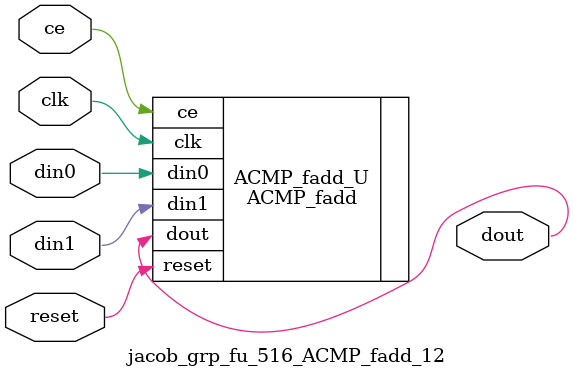
<source format=v>

`timescale 1 ns / 1 ps
module jacob_grp_fu_516_ACMP_fadd_12(
    clk,
    reset,
    ce,
    din0,
    din1,
    dout);

parameter ID = 32'd1;
parameter NUM_STAGE = 32'd1;
parameter din0_WIDTH = 32'd1;
parameter din1_WIDTH = 32'd1;
parameter dout_WIDTH = 32'd1;
input clk;
input reset;
input ce;
input[din0_WIDTH - 1:0] din0;
input[din1_WIDTH - 1:0] din1;
output[dout_WIDTH - 1:0] dout;



ACMP_fadd #(
.ID( ID ),
.NUM_STAGE( 5 ),
.din0_WIDTH( din0_WIDTH ),
.din1_WIDTH( din1_WIDTH ),
.dout_WIDTH( dout_WIDTH ))
ACMP_fadd_U(
    .clk( clk ),
    .reset( reset ),
    .ce( ce ),
    .din0( din0 ),
    .din1( din1 ),
    .dout( dout ));

endmodule

</source>
